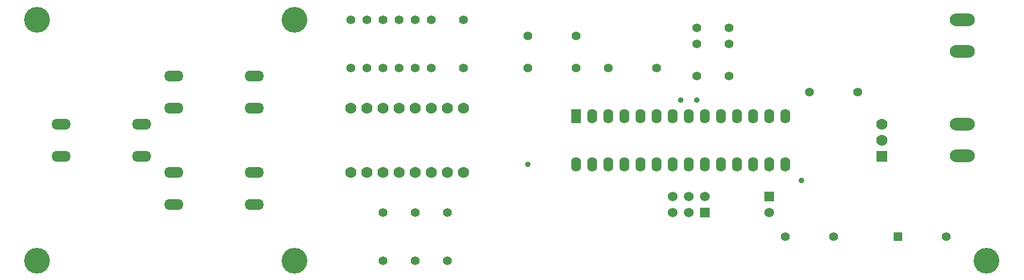
<source format=gbs>
G04 (created by PCBNEW (2013-june-11)-stable) date Thu 27 Nov 2014 20:22:07 CET*
%MOIN*%
G04 Gerber Fmt 3.4, Leading zero omitted, Abs format*
%FSLAX34Y34*%
G01*
G70*
G90*
G04 APERTURE LIST*
%ADD10C,0.00590551*%
%ADD11C,0.16*%
%ADD12O,0.12X0.068*%
%ADD13C,0.07*%
%ADD14O,0.156X0.078*%
%ADD15C,0.055*%
%ADD16R,0.06X0.06*%
%ADD17C,0.06*%
%ADD18C,0.056*%
%ADD19R,0.056X0.056*%
%ADD20O,0.062X0.09*%
%ADD21R,0.062X0.09*%
%ADD22R,0.07X0.07*%
%ADD23C,0.035*%
G04 APERTURE END LIST*
G54D10*
G54D11*
X76500Y-52500D03*
X76500Y-67500D03*
G54D12*
X67000Y-59000D03*
X67000Y-61000D03*
X62000Y-59000D03*
X62000Y-61000D03*
X74000Y-62000D03*
X74000Y-64000D03*
X69000Y-62000D03*
X69000Y-64000D03*
X74000Y-56000D03*
X74000Y-58000D03*
X69000Y-56000D03*
X69000Y-58000D03*
G54D13*
X80000Y-62000D03*
X81000Y-62000D03*
X82000Y-62000D03*
X83000Y-62000D03*
X84000Y-62000D03*
X85000Y-62000D03*
X86000Y-62000D03*
X87000Y-62000D03*
X87000Y-58000D03*
X86000Y-58000D03*
X85000Y-58000D03*
X84000Y-58000D03*
X83000Y-58000D03*
X82000Y-58000D03*
X81000Y-58000D03*
X80000Y-58000D03*
G54D14*
X118000Y-60990D03*
X118000Y-59020D03*
X118000Y-54490D03*
X118000Y-52520D03*
G54D15*
X94000Y-55500D03*
X94000Y-53500D03*
X91000Y-55500D03*
X91000Y-53500D03*
G54D16*
X102000Y-64500D03*
G54D17*
X102000Y-63500D03*
X101000Y-64500D03*
X101000Y-63500D03*
X100000Y-64500D03*
X100000Y-63500D03*
G54D16*
X106000Y-63500D03*
G54D17*
X106000Y-64500D03*
G54D18*
X101500Y-56000D03*
X103500Y-56000D03*
G54D15*
X103500Y-53000D03*
X103500Y-54000D03*
X101500Y-53000D03*
X101500Y-54000D03*
G54D19*
X114000Y-66000D03*
G54D18*
X117000Y-66000D03*
G54D20*
X95000Y-58500D03*
X96000Y-58500D03*
X97000Y-58500D03*
X98000Y-58500D03*
X99000Y-58500D03*
X100000Y-58500D03*
X101000Y-58500D03*
X102000Y-58500D03*
X103000Y-58500D03*
X104000Y-58500D03*
X105000Y-58500D03*
X106000Y-58500D03*
X107000Y-58500D03*
G54D21*
X94000Y-58500D03*
G54D20*
X107000Y-61500D03*
X106000Y-61500D03*
X105000Y-61500D03*
X104000Y-61500D03*
X103000Y-61500D03*
X102000Y-61500D03*
X101000Y-61500D03*
X100000Y-61500D03*
X99000Y-61500D03*
X98000Y-61500D03*
X97000Y-61500D03*
X96000Y-61500D03*
X95000Y-61500D03*
X94000Y-61500D03*
G54D15*
X82000Y-67500D03*
X82000Y-64500D03*
X110000Y-66000D03*
X107000Y-66000D03*
X86000Y-67500D03*
X86000Y-64500D03*
X81000Y-52500D03*
X81000Y-55500D03*
X85000Y-52500D03*
X85000Y-55500D03*
X84000Y-67500D03*
X84000Y-64500D03*
X83000Y-52500D03*
X83000Y-55500D03*
X80000Y-52500D03*
X80000Y-55500D03*
X82000Y-52500D03*
X82000Y-55500D03*
X87000Y-52500D03*
X87000Y-55500D03*
X84000Y-52500D03*
X84000Y-55500D03*
X96000Y-55500D03*
X99000Y-55500D03*
X108500Y-57000D03*
X111500Y-57000D03*
G54D13*
X113000Y-59000D03*
X113000Y-60000D03*
G54D22*
X113000Y-61000D03*
G54D11*
X60500Y-52500D03*
X60500Y-67500D03*
X119500Y-67500D03*
G54D23*
X108000Y-62500D03*
X101500Y-57500D03*
X100500Y-57500D03*
X91000Y-61500D03*
M02*

</source>
